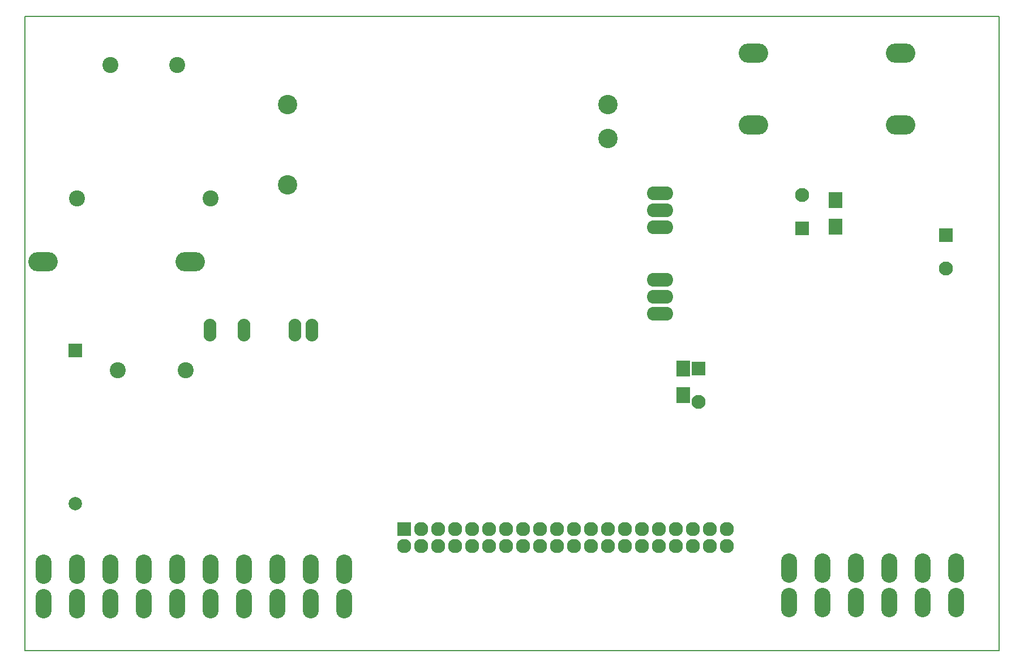
<source format=gbr>
G04 #@! TF.FileFunction,Soldermask,Bot*
%FSLAX46Y46*%
G04 Gerber Fmt 4.6, Leading zero omitted, Abs format (unit mm)*
G04 Created by KiCad (PCBNEW 4.0.2+e4-6225~38~ubuntu15.10.1-stable) date 2016. máj. 17., kedd, 21.14.01 CEST*
%MOMM*%
G01*
G04 APERTURE LIST*
%ADD10C,0.100000*%
%ADD11C,0.150000*%
%ADD12O,2.400000X4.400000*%
%ADD13R,2.000000X2.000000*%
%ADD14C,2.000000*%
%ADD15C,2.398980*%
%ADD16R,2.127200X2.127200*%
%ADD17O,2.127200X2.127200*%
%ADD18R,2.000000X2.400000*%
%ADD19O,3.900120X2.099260*%
%ADD20O,1.924000X3.400000*%
%ADD21C,2.400000*%
%ADD22C,2.900000*%
%ADD23O,4.400500X2.899360*%
%ADD24C,2.100000*%
%ADD25R,2.100000X2.100000*%
G04 APERTURE END LIST*
D10*
D11*
X180000000Y-30000000D02*
X180000000Y-30500000D01*
X34250000Y-30000000D02*
X180000000Y-30000000D01*
X34250000Y-125000000D02*
X34250000Y-30000000D01*
X180000000Y-125000000D02*
X34250000Y-125000000D01*
X180000000Y-30500000D02*
X180000000Y-125000000D01*
D12*
X37024000Y-117984000D03*
X42024000Y-117984000D03*
X47024000Y-117984000D03*
X52024000Y-117984000D03*
X57024000Y-117984000D03*
X62024000Y-117984000D03*
X67024000Y-117984000D03*
X72024000Y-117984000D03*
X77024000Y-117984000D03*
X82024000Y-117984000D03*
X37024000Y-112784000D03*
X42024000Y-112784000D03*
X47024000Y-112784000D03*
X52024000Y-112784000D03*
X57024000Y-112784000D03*
X62024000Y-112784000D03*
X67024000Y-112784000D03*
X72024000Y-112784000D03*
X77024000Y-112784000D03*
X82024000Y-112784000D03*
D13*
X41750000Y-80000000D03*
D14*
X41750000Y-103000000D03*
D15*
X48170000Y-83000000D03*
X58330000Y-83000000D03*
D16*
X90938000Y-106754000D03*
D17*
X90938000Y-109294000D03*
X93478000Y-106754000D03*
X93478000Y-109294000D03*
X96018000Y-106754000D03*
X96018000Y-109294000D03*
X98558000Y-106754000D03*
X98558000Y-109294000D03*
X101098000Y-106754000D03*
X101098000Y-109294000D03*
X103638000Y-106754000D03*
X103638000Y-109294000D03*
X106178000Y-106754000D03*
X106178000Y-109294000D03*
X108718000Y-106754000D03*
X108718000Y-109294000D03*
X111258000Y-106754000D03*
X111258000Y-109294000D03*
X113798000Y-106754000D03*
X113798000Y-109294000D03*
X116338000Y-106754000D03*
X116338000Y-109294000D03*
X118878000Y-106754000D03*
X118878000Y-109294000D03*
X121418000Y-106754000D03*
X121418000Y-109294000D03*
X123958000Y-106754000D03*
X123958000Y-109294000D03*
X126498000Y-106754000D03*
X126498000Y-109294000D03*
X129038000Y-106754000D03*
X129038000Y-109294000D03*
X131578000Y-106754000D03*
X131578000Y-109294000D03*
X134118000Y-106754000D03*
X134118000Y-109294000D03*
X136658000Y-106754000D03*
X136658000Y-109294000D03*
X139198000Y-106754000D03*
X139198000Y-109294000D03*
D12*
X148524000Y-117824000D03*
X153524000Y-117824000D03*
X158524000Y-117824000D03*
X163524000Y-117824000D03*
X168524000Y-117824000D03*
X173524000Y-117824000D03*
X148524000Y-112624000D03*
X153524000Y-112624000D03*
X158524000Y-112624000D03*
X163524000Y-112624000D03*
X168524000Y-112624000D03*
X173524000Y-112624000D03*
D18*
X155500000Y-61500000D03*
X155500000Y-57500000D03*
X132750000Y-82750000D03*
X132750000Y-86750000D03*
D19*
X129260000Y-59040000D03*
X129260000Y-56500000D03*
X129260000Y-61580000D03*
D20*
X61958000Y-76970000D03*
X67038000Y-76970000D03*
X74658000Y-76970000D03*
X77198000Y-76970000D03*
D19*
X129260000Y-71994000D03*
X129260000Y-69454000D03*
X129260000Y-74534000D03*
D21*
X42000000Y-57250000D03*
X62000000Y-57250000D03*
X47000000Y-37250000D03*
X57000000Y-37250000D03*
D22*
X73500000Y-43250000D03*
X73500000Y-55250000D03*
X121500000Y-43250000D03*
X121500000Y-48250000D03*
D23*
X36998520Y-66750000D03*
X59000000Y-66750000D03*
X165250740Y-46250000D03*
X143249260Y-46250000D03*
X165250740Y-35500000D03*
X143249260Y-35500000D03*
D24*
X172000000Y-67750000D03*
D25*
X172000000Y-62750000D03*
D24*
X150500000Y-56750000D03*
D25*
X150500000Y-61750000D03*
D24*
X135000000Y-87750000D03*
D25*
X135000000Y-82750000D03*
M02*

</source>
